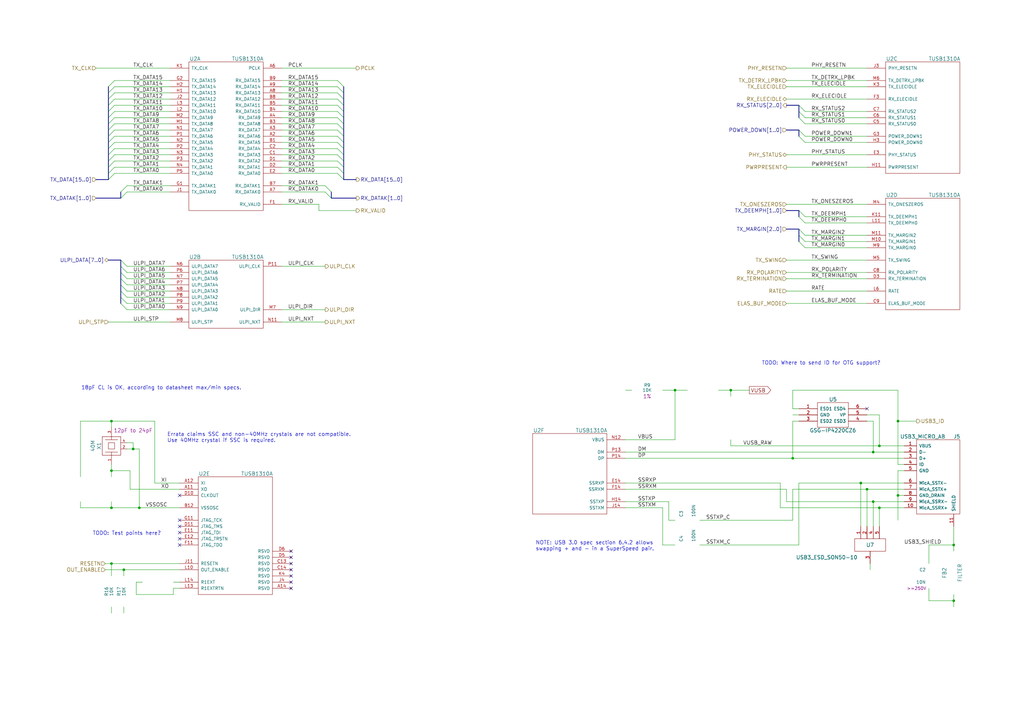
<source format=kicad_sch>
(kicad_sch (version 20230121) (generator eeschema)
  (paper "A3")
  (title_block (title "Daisho Project Main Board") (date "10 Oct 2014") (rev "0") (company "ShareBrained Technology, Inc.") (comment 1 "Copyright © 2013 Jared Boone") (comment 2 "License: GNU General Public License, version 2"))
  (lib_symbols
    (symbol "gsg-ip4220cz6:GSG-IP4220CZ6" (pin_names (offset 1.016))
      (property "Reference" "U" (at 0 6.35 0))
      (property "Value" "GSG-IP4220CZ6" (at 0 -6.35 0))
      (symbol "GSG-IP4220CZ6_0_1"
        (rectangle (start -6.35 5.08) (end 6.35 -5.08))
      )
      (symbol "GSG-IP4220CZ6_1_1"
        (pin input line (at -13.97 2.54 0) (length 7.62) (name "ESD1") (number "1"))
        (pin power_in line (at -13.97 0 0) (length 7.62) (name "GND") (number "2"))
        (pin input line (at -13.97 -2.54 0) (length 7.62) (name "ESD2") (number "3"))
        (pin input line (at 13.97 -2.54 180) (length 7.62) (name "ESD3") (number "4"))
        (pin power_in line (at 13.97 0 180) (length 7.62) (name "VP") (number "5"))
        (pin input line (at 13.97 2.54 180) (length 7.62) (name "ESD4") (number "6"))
      )
    )
    (symbol "quartzcms4_ground:QUARTZCMS4_GROUND" (pin_names (offset 1.016) hide)
      (property "Reference" "X" (at 0 7.62 0))
      (property "Value" "QUARTZCMS4_GROUND" (at 0 5.08 0))
      (symbol "QUARTZCMS4_GROUND_0_1"
        (rectangle (start -3.81 3.81) (end 3.81 -3.81))
        (polyline (pts (xy -3.81 0) (xy -2.54 0)))
        (polyline (pts (xy -2.54 2.54) (xy -2.54 -2.54)))
        (polyline (pts (xy 2.54 0) (xy 3.81 0)))
        (polyline (pts (xy 2.54 2.54) (xy 2.54 -2.54)))
        (polyline (pts (xy -1.27 1.27) (xy 1.27 1.27) (xy 1.27 -1.27) (xy -1.27 -1.27) (xy -1.27 1.27)))
      )
      (symbol "QUARTZCMS4_GROUND_1_1"
        (pin passive line (at -7.62 0 0) (length 3.81) (name "1") (number "1"))
        (pin passive line (at -1.27 -6.35 90) (length 2.54) (name "GND") (number "2"))
        (pin passive line (at 7.62 0 180) (length 3.81) (name "3") (number "3"))
        (pin passive line (at 1.27 -6.35 90) (length 2.54) (name "GND") (number "4"))
      )
    )
    (symbol "tusb1310a:TUSB1310A" (pin_names (offset 1.016))
      (property "Reference" "U" (at -12.7 -1.27 0))
      (property "Value" "TUSB1310A" (at 8.89 -1.27 0))
      (symbol "TUSB1310A_1_1"
        (rectangle (start -15.24 -2.54) (end 15.24 -63.5))
        (pin output line (at 22.86 -33.02 180) (length 7.62) (name "RX_DATA6") (number "A2"))
        (pin output line (at 22.86 -30.48 180) (length 7.62) (name "RX_DATA7") (number "A3"))
        (pin output line (at 22.86 -25.4 180) (length 7.62) (name "RX_DATA9") (number "A4"))
        (pin output line (at 22.86 -5.08 180) (length 7.62) (name "PCLK") (number "A6"))
        (pin output line (at 22.86 -55.88 180) (length 7.62) (name "RX_DATAK0") (number "A7"))
        (pin output line (at 22.86 -15.24 180) (length 7.62) (name "RX_DATA13") (number "A8"))
        (pin output line (at 22.86 -12.7 180) (length 7.62) (name "RX_DATA14") (number "A9"))
        (pin output line (at 22.86 -35.56 180) (length 7.62) (name "RX_DATA5") (number "B1"))
        (pin output line (at 22.86 -27.94 180) (length 7.62) (name "RX_DATA8") (number "B3"))
        (pin output line (at 22.86 -22.86 180) (length 7.62) (name "RX_DATA10") (number "B4"))
        (pin output line (at 22.86 -20.32 180) (length 7.62) (name "RX_DATA11") (number "B5"))
        (pin output line (at 22.86 -53.34 180) (length 7.62) (name "RX_DATAK1") (number "B7"))
        (pin output line (at 22.86 -17.78 180) (length 7.62) (name "RX_DATA12") (number "B8"))
        (pin output line (at 22.86 -10.16 180) (length 7.62) (name "RX_DATA15") (number "B9"))
        (pin output line (at 22.86 -40.64 180) (length 7.62) (name "RX_DATA3") (number "C1"))
        (pin output line (at 22.86 -38.1 180) (length 7.62) (name "RX_DATA4") (number "C2"))
        (pin output line (at 22.86 -43.18 180) (length 7.62) (name "RX_DATA2") (number "D1"))
        (pin output line (at 22.86 -45.72 180) (length 7.62) (name "RX_DATA1") (number "D2"))
        (pin output line (at 22.86 -48.26 180) (length 7.62) (name "RX_DATA0") (number "E2"))
        (pin output line (at 22.86 -60.96 180) (length 7.62) (name "RX_VALID") (number "F1"))
        (pin input line (at -22.86 -53.34 0) (length 7.62) (name "TX_DATAK1") (number "G1"))
        (pin input line (at -22.86 -10.16 0) (length 7.62) (name "TX_DATA15") (number "G2"))
        (pin input line (at -22.86 -15.24 0) (length 7.62) (name "TX_DATA13") (number "H1"))
        (pin input line (at -22.86 -12.7 0) (length 7.62) (name "TX_DATA14") (number "H2"))
        (pin input line (at -22.86 -55.88 0) (length 7.62) (name "TX_DATAK0") (number "J1"))
        (pin input line (at -22.86 -17.78 0) (length 7.62) (name "TX_DATA12") (number "J2"))
        (pin input line (at -22.86 -5.08 0) (length 7.62) (name "TX_CLK") (number "K1"))
        (pin input line (at -22.86 -22.86 0) (length 7.62) (name "TX_DATA10") (number "L2"))
        (pin input line (at -22.86 -20.32 0) (length 7.62) (name "TX_DATA11") (number "L3"))
        (pin input line (at -22.86 -27.94 0) (length 7.62) (name "TX_DATA8") (number "M1"))
        (pin input line (at -22.86 -25.4 0) (length 7.62) (name "TX_DATA9") (number "M2"))
        (pin input line (at -22.86 -30.48 0) (length 7.62) (name "TX_DATA7") (number "N1"))
        (pin input line (at -22.86 -35.56 0) (length 7.62) (name "TX_DATA5") (number "N2"))
        (pin input line (at -22.86 -40.64 0) (length 7.62) (name "TX_DATA3") (number "N3"))
        (pin input line (at -22.86 -45.72 0) (length 7.62) (name "TX_DATA1") (number "N4"))
        (pin input line (at -22.86 -33.02 0) (length 7.62) (name "TX_DATA6") (number "P1"))
        (pin input line (at -22.86 -38.1 0) (length 7.62) (name "TX_DATA4") (number "P2"))
        (pin input line (at -22.86 -43.18 0) (length 7.62) (name "TX_DATA2") (number "P3"))
        (pin input line (at -22.86 -48.26 0) (length 7.62) (name "TX_DATA0") (number "P5"))
      )
      (symbol "TUSB1310A_2_1"
        (rectangle (start -15.24 -2.54) (end 15.24 -30.48))
        (pin output line (at 22.86 -22.86 180) (length 7.62) (name "ULPI_DIR") (number "M7"))
        (pin input line (at -22.86 -27.94 0) (length 7.62) (name "ULPI_STP") (number "M8"))
        (pin output line (at 22.86 -27.94 180) (length 7.62) (name "ULPI_NXT") (number "N11"))
        (pin bidirectional line (at -22.86 -5.08 0) (length 7.62) (name "ULPI_DATA7") (number "N6"))
        (pin bidirectional line (at -22.86 -10.16 0) (length 7.62) (name "ULPI_DATA5") (number "N7"))
        (pin bidirectional line (at -22.86 -15.24 0) (length 7.62) (name "ULPI_DATA3") (number "N8"))
        (pin bidirectional line (at -22.86 -22.86 0) (length 7.62) (name "ULPI_DATA0") (number "N9"))
        (pin output line (at 22.86 -5.08 180) (length 7.62) (name "ULPI_CLK") (number "P11"))
        (pin bidirectional line (at -22.86 -7.62 0) (length 7.62) (name "ULPI_DATA6") (number "P6"))
        (pin bidirectional line (at -22.86 -12.7 0) (length 7.62) (name "ULPI_DATA4") (number "P7"))
        (pin bidirectional line (at -22.86 -17.78 0) (length 7.62) (name "ULPI_DATA2") (number "P8"))
        (pin bidirectional line (at -22.86 -20.32 0) (length 7.62) (name "ULPI_DATA1") (number "P9"))
      )
      (symbol "TUSB1310A_3_1"
        (rectangle (start -15.24 -2.54) (end 15.24 -48.26))
        (pin output line (at -22.86 -27.94 0) (length 7.62) (name "RX_STATUS0") (number "C5"))
        (pin output line (at -22.86 -25.4 0) (length 7.62) (name "RX_STATUS1") (number "C6"))
        (pin output line (at -22.86 -22.86 0) (length 7.62) (name "RX_STATUS2") (number "C7"))
        (pin bidirectional line (at -22.86 -40.64 0) (length 7.62) (name "PHY_STATUS") (number "E3"))
        (pin bidirectional line (at -22.86 -17.78 0) (length 7.62) (name "RX_ELECIDLE") (number "F3"))
        (pin input line (at -22.86 -33.02 0) (length 7.62) (name "POWER_DOWN1") (number "G3"))
        (pin output line (at -22.86 -45.72 0) (length 7.62) (name "PWRPRESENT") (number "H11"))
        (pin input line (at -22.86 -35.56 0) (length 7.62) (name "POWER_DOWN0") (number "H3"))
        (pin input line (at -22.86 -5.08 0) (length 7.62) (name "PHY_RESETN") (number "J3"))
        (pin input line (at -22.86 -12.7 0) (length 7.62) (name "TX_ELECIDLE") (number "K3"))
        (pin input line (at -22.86 -10.16 0) (length 7.62) (name "TX_DETRX_LPBK") (number "M6"))
      )
      (symbol "TUSB1310A_4_1"
        (rectangle (start -15.24 -2.54) (end 15.24 -48.26))
        (pin input line (at -22.86 -33.02 0) (length 7.62) (name "RX_POLARITY") (number "C8"))
        (pin input line (at -22.86 -45.72 0) (length 7.62) (name "ELAS_BUF_MODE") (number "C9"))
        (pin input line (at -22.86 -35.56 0) (length 7.62) (name "RX_TERMINATION") (number "D3"))
        (pin input line (at -22.86 -10.16 0) (length 7.62) (name "TX_DEEMPH1") (number "K11"))
        (pin input line (at -22.86 -12.7 0) (length 7.62) (name "TX_DEEMPH0") (number "L11"))
        (pin input line (at -22.86 -40.64 0) (length 7.62) (name "RATE") (number "L6"))
        (pin input line (at -22.86 -20.32 0) (length 7.62) (name "TX_MARGIN1") (number "M10"))
        (pin input line (at -22.86 -17.78 0) (length 7.62) (name "TX_MARGIN2") (number "M11"))
        (pin input line (at -22.86 -5.08 0) (length 7.62) (name "TX_ONESZEROS") (number "M4"))
        (pin input line (at -22.86 -27.94 0) (length 7.62) (name "TX_SWING") (number "M5"))
        (pin input line (at -22.86 -22.86 0) (length 7.62) (name "TX_MARGIN0") (number "M9"))
      )
      (symbol "TUSB1310A_5_1"
        (rectangle (start -15.24 -2.54) (end 15.24 -50.8))
        (pin output line (at -22.86 -7.62 0) (length 7.62) (name "XO") (number "A11"))
        (pin input line (at -22.86 -5.08 0) (length 7.62) (name "XI") (number "A12"))
        (pin no_connect line (at 22.86 -48.26 180) (length 7.62) (name "RSVD") (number "A14"))
        (pin passive line (at -22.86 -15.24 0) (length 7.62) (name "VSSOSC") (number "B12"))
        (pin no_connect line (at 22.86 -38.1 180) (length 7.62) (name "RSVD") (number "C13"))
        (pin no_connect line (at 22.86 -40.64 180) (length 7.62) (name "RSVD") (number "C14"))
        (pin output line (at -22.86 -10.16 0) (length 7.62) (name "CLKOUT") (number "D10"))
        (pin input line (at -22.86 -22.86 0) (length 7.62) (name "JTAG_TMS") (number "D11"))
        (pin no_connect line (at 22.86 -35.56 180) (length 7.62) (name "RSVD") (number "D5"))
        (pin no_connect line (at 22.86 -33.02 180) (length 7.62) (name "RSVD") (number "D6"))
        (pin input line (at -22.86 -25.4 0) (length 7.62) (name "JTAG_TDI") (number "E11"))
        (pin input line (at -22.86 -27.94 0) (length 7.62) (name "JTAG_TRSTN") (number "E12"))
        (pin output line (at -22.86 -30.48 0) (length 7.62) (name "JTAG_TDO") (number "F11"))
        (pin input line (at -22.86 -20.32 0) (length 7.62) (name "JTAG_TCK") (number "G11"))
        (pin input line (at -22.86 -38.1 0) (length 7.62) (name "RESETN") (number "J11"))
        (pin no_connect line (at 22.86 -45.72 180) (length 7.62) (name "RSVD") (number "J4"))
        (pin no_connect line (at 22.86 -43.18 180) (length 7.62) (name "RSVD") (number "K4"))
        (pin input line (at -22.86 -40.64 0) (length 7.62) (name "OUT_ENABLE") (number "L10"))
        (pin input line (at -22.86 -48.26 0) (length 7.62) (name "R1EXTRTN") (number "L13"))
        (pin output line (at -22.86 -45.72 0) (length 7.62) (name "R1EXT") (number "L14"))
      )
      (symbol "TUSB1310A_6_1"
        (rectangle (start -15.24 -2.54) (end 15.24 -35.56))
        (pin input line (at 22.86 -22.86 180) (length 7.62) (name "SSRXP") (number "E14"))
        (pin input line (at 22.86 -25.4 180) (length 7.62) (name "SSRXM") (number "F14"))
        (pin output line (at 22.86 -30.48 180) (length 7.62) (name "SSTXP") (number "H14"))
        (pin output line (at 22.86 -33.02 180) (length 7.62) (name "SSTXM") (number "J14"))
        (pin input line (at 22.86 -5.08 180) (length 7.62) (name "VBUS") (number "N12"))
        (pin bidirectional line (at 22.86 -10.16 180) (length 7.62) (name "DM") (number "P13"))
        (pin bidirectional line (at 22.86 -12.7 180) (length 7.62) (name "DP") (number "P14"))
      )
      (symbol "TUSB1310A_7_1"
        (rectangle (start -15.24 -2.54) (end 15.24 -86.36))
        (pin power_in line (at -22.86 -68.58 0) (length 7.62) (name "VDD1P1") (number "A10"))
        (pin power_in line (at -22.86 -48.26 0) (length 7.62) (name "VDD1P1") (number "A5"))
        (pin power_in line (at -22.86 -71.12 0) (length 7.62) (name "VDD1P1") (number "B10"))
        (pin power_in line (at 22.86 -60.96 180) (length 7.62) (name "VSS") (number "B11"))
        (pin power_in line (at -22.86 -5.08 0) (length 7.62) (name "VDD1P8") (number "B2"))
        (pin power_in line (at -22.86 -50.8 0) (length 7.62) (name "VDD1P1") (number "B6"))
        (pin power_in line (at -22.86 -25.4 0) (length 7.62) (name "VDD1P8") (number "C3"))
        (pin power_in line (at -22.86 -66.04 0) (length 7.62) (name "VDD1P1") (number "C4"))
        (pin power_in line (at -22.86 -83.82 0) (length 7.62) (name "VDD1P1") (number "D13"))
        (pin power_in line (at -22.86 -7.62 0) (length 7.62) (name "VDD1P8") (number "D4"))
        (pin power_in line (at -22.86 -27.94 0) (length 7.62) (name "VDD1P8") (number "D7"))
        (pin power_in line (at -22.86 -10.16 0) (length 7.62) (name "VDD1P8") (number "D8"))
        (pin power_in line (at -22.86 -30.48 0) (length 7.62) (name "VDD1P8") (number "D9"))
        (pin power_in line (at -22.86 -53.34 0) (length 7.62) (name "VDD1P1") (number "E1"))
        (pin power_in line (at -22.86 -12.7 0) (length 7.62) (name "VDD1P8") (number "E4"))
        (pin power_in line (at 22.86 -83.82 180) (length 7.62) (name "VSS") (number "F12"))
        (pin power_in line (at -22.86 -73.66 0) (length 7.62) (name "VDD1P1") (number "F2"))
        (pin power_in line (at -22.86 -33.02 0) (length 7.62) (name "VDD1P8") (number "F4"))
        (pin power_in line (at 22.86 -40.64 180) (length 7.62) (name "VSS") (number "F6"))
        (pin power_in line (at 22.86 -63.5 180) (length 7.62) (name "VSS") (number "F7"))
        (pin power_in line (at 22.86 -43.18 180) (length 7.62) (name "VSS") (number "F8"))
        (pin power_in line (at 22.86 -66.04 180) (length 7.62) (name "VSS") (number "F9"))
        (pin power_in line (at -22.86 -15.24 0) (length 7.62) (name "VDD1P8") (number "G4"))
        (pin power_in line (at 22.86 -45.72 180) (length 7.62) (name "VSS") (number "G6"))
        (pin power_in line (at 22.86 -68.58 180) (length 7.62) (name "VSS") (number "G7"))
        (pin power_in line (at 22.86 -48.26 180) (length 7.62) (name "VSS") (number "G8"))
        (pin power_in line (at 22.86 -71.12 180) (length 7.62) (name "VSS") (number "G9"))
        (pin input line (at 22.86 -7.62 180) (length 7.62) (name "PHY_MODE1") (number "H12"))
        (pin power_in line (at -22.86 -35.56 0) (length 7.62) (name "VDD1P8") (number "H4"))
        (pin power_in line (at 22.86 -53.34 180) (length 7.62) (name "VSS") (number "H6"))
        (pin power_in line (at 22.86 -76.2 180) (length 7.62) (name "VSS") (number "H7"))
        (pin power_in line (at 22.86 -55.88 180) (length 7.62) (name "VSS") (number "H8"))
        (pin power_in line (at 22.86 -78.74 180) (length 7.62) (name "VSS") (number "H9"))
        (pin input line (at 22.86 -5.08 180) (length 7.62) (name "PHY_MODE0") (number "J12"))
        (pin power_in line (at 22.86 -50.8 180) (length 7.62) (name "VSS") (number "J6"))
        (pin power_in line (at 22.86 -73.66 180) (length 7.62) (name "VSS") (number "J7"))
        (pin power_in line (at 22.86 -58.42 180) (length 7.62) (name "VSS") (number "J8"))
        (pin power_in line (at 22.86 -81.28 180) (length 7.62) (name "VSS") (number "J9"))
        (pin power_in line (at -22.86 -63.5 0) (length 7.62) (name "VDD1P1") (number "K13"))
        (pin power_in line (at -22.86 -55.88 0) (length 7.62) (name "VDD1P1") (number "K2"))
        (pin power_in line (at -22.86 -76.2 0) (length 7.62) (name "VDD1P1") (number "L1"))
        (pin power_in line (at -22.86 -38.1 0) (length 7.62) (name "VDD1P8") (number "L4"))
        (pin power_in line (at -22.86 -17.78 0) (length 7.62) (name "VDD1P8") (number "L5"))
        (pin power_in line (at -22.86 -40.64 0) (length 7.62) (name "VDD1P8") (number "L7"))
        (pin power_in line (at -22.86 -22.86 0) (length 7.62) (name "VDD1P8") (number "L8"))
        (pin power_in line (at -22.86 -43.18 0) (length 7.62) (name "VDD1P8") (number "L9"))
        (pin power_in line (at -22.86 -20.32 0) (length 7.62) (name "VDD1P8") (number "M3"))
        (pin power_in line (at -22.86 -60.96 0) (length 7.62) (name "VDD1P1") (number "N10"))
        (pin power_in line (at -22.86 -58.42 0) (length 7.62) (name "VDD1P1") (number "N5"))
        (pin power_in line (at -22.86 -81.28 0) (length 7.62) (name "VDD1P1") (number "P10"))
        (pin power_in line (at -22.86 -78.74 0) (length 7.62) (name "VDD1P1") (number "P4"))
      )
      (symbol "TUSB1310A_8_1"
        (rectangle (start -15.24 -2.54) (end 15.24 -43.18))
        (pin power_in line (at -22.86 -12.7 0) (length 7.62) (name "VDDA1P8") (number "A13"))
        (pin power_in line (at 22.86 -27.94 180) (length 7.62) (name "VSSA") (number "B13"))
        (pin power_in line (at 22.86 -5.08 180) (length 7.62) (name "VSSA") (number "B14"))
        (pin power_in line (at -22.86 -15.24 0) (length 7.62) (name "VDDA1P8") (number "C10"))
        (pin power_in line (at -22.86 -33.02 0) (length 7.62) (name "VDDA1P1") (number "C11"))
        (pin power_in line (at -22.86 -20.32 0) (length 7.62) (name "VDDA1P1") (number "C12"))
        (pin power_in line (at 22.86 -17.78 180) (length 7.62) (name "VSSA") (number "D12"))
        (pin power_in line (at -22.86 -30.48 0) (length 7.62) (name "VDDA1P1") (number "D14"))
        (pin power_in line (at 22.86 -33.02 180) (length 7.62) (name "VSSA") (number "E13"))
        (pin power_in line (at 22.86 -10.16 180) (length 7.62) (name "VSSA") (number "F13"))
        (pin power_in line (at 22.86 -15.24 180) (length 7.62) (name "VSSA") (number "G12"))
        (pin power_in line (at -22.86 -25.4 0) (length 7.62) (name "VDDA1P1") (number "G13"))
        (pin power_in line (at -22.86 -27.94 0) (length 7.62) (name "VDDA1P1") (number "G14"))
        (pin power_in line (at 22.86 -30.48 180) (length 7.62) (name "VSSA") (number "H13"))
        (pin power_in line (at 22.86 -7.62 180) (length 7.62) (name "VSSA") (number "J13"))
        (pin power_in line (at 22.86 -12.7 180) (length 7.62) (name "VSSA") (number "K12"))
        (pin power_in line (at -22.86 -22.86 0) (length 7.62) (name "VDDA1P1") (number "K14"))
        (pin power_in line (at 22.86 -35.56 180) (length 7.62) (name "VSSA") (number "L12"))
        (pin power_in line (at 22.86 -22.86 180) (length 7.62) (name "VSSA") (number "M12"))
        (pin power_in line (at 22.86 -25.4 180) (length 7.62) (name "VSSA") (number "M13"))
        (pin power_in line (at -22.86 -38.1 0) (length 7.62) (name "VDDA1P1") (number "M14"))
        (pin power_in line (at 22.86 -20.32 180) (length 7.62) (name "VSSA") (number "N13"))
        (pin power_in line (at -22.86 -10.16 0) (length 7.62) (name "VDDA1P8") (number "N14"))
        (pin power_in line (at -22.86 -5.08 0) (length 7.62) (name "VDDA3P3") (number "P12"))
      )
    )
    (symbol "usb3_esd_son50-10:USB3_ESD_SON50-10" (pin_names (offset 1.016) hide)
      (property "Reference" "U" (at 0 0 0))
      (property "Value" "USB3_ESD_SON50-10" (at 13.97 -5.08 0))
      (symbol "USB3_ESD_SON50-10_0_1"
        (rectangle (start -6.35 2.54) (end 6.35 -2.54))
      )
      (symbol "USB3_ESD_SON50-10_1_1"
        (pin passive line (at -3.81 7.62 270) (length 5.08) (name "D1") (number "1"))
        (pin passive line (at -1.27 7.62 270) (length 5.08) (name "D2") (number "2"))
        (pin passive line (at 0 -7.62 90) (length 5.08) (name "GND") (number "3"))
        (pin passive line (at 1.27 7.62 270) (length 5.08) (name "D3") (number "4"))
        (pin passive line (at 3.81 7.62 270) (length 5.08) (name "D4") (number "5"))
      )
    )
    (symbol "usb3_micro_ab:USB3_MICRO_AB" (pin_names (offset 1.016))
      (property "Reference" "J" (at -16.51 16.51 0))
      (property "Value" "USB3_MICRO_AB" (at -2.54 16.51 0))
      (symbol "USB3_MICRO_AB_0_1"
        (rectangle (start 0 15.24) (end -17.78 -15.24))
      )
      (symbol "USB3_MICRO_AB_1_1"
        (pin power_out line (at 5.08 12.7 180) (length 5.08) (name "VBUS") (number "1"))
        (pin bidirectional line (at 5.08 -12.7 180) (length 5.08) (name "MicA_SSRX+") (number "10"))
        (pin passive line (at -15.24 -20.32 90) (length 5.08) (name "SHIELD") (number "11"))
        (pin bidirectional line (at 5.08 10.16 180) (length 5.08) (name "D-") (number "2"))
        (pin bidirectional line (at 5.08 7.62 180) (length 5.08) (name "D+") (number "3"))
        (pin bidirectional line (at 5.08 5.08 180) (length 5.08) (name "ID") (number "4"))
        (pin power_in line (at 5.08 2.54 180) (length 5.08) (name "GND") (number "5"))
        (pin bidirectional line (at 5.08 -2.54 180) (length 5.08) (name "MicA_SSTX-") (number "6"))
        (pin bidirectional line (at 5.08 -5.08 180) (length 5.08) (name "MicA_SSTX+") (number "7"))
        (pin passive line (at 5.08 -7.62 180) (length 5.08) (name "GND_DRAIN") (number "8"))
        (pin bidirectional line (at 5.08 -10.16 180) (length 5.08) (name "MicA_SSRX-") (number "9"))
      )
    )
  )
  (junction (at 358.14 185.42))
  (junction (at 360.68 182.88))
  (junction (at 391.16 223.52))
  (junction (at 368.3 203.2))
  (junction (at 54.61 184.15))
  (junction (at 368.3 172.72))
  (junction (at 358.14 205.74))
  (junction (at 391.16 246.38))
  (junction (at 45.72 193.04))
  (junction (at 325.12 187.96))
  (junction (at 360.68 208.28))
  (junction (at 50.8 233.68))
  (junction (at 45.72 208.28))
  (junction (at 276.86 160.02))
  (junction (at 353.06 198.12))
  (junction (at 45.72 231.14))
  (junction (at 299.72 160.02))
  (junction (at 57.15 208.28))
  (junction (at 355.6 200.66))
  (junction (at 45.72 172.72))
  (no_connect (at 73.66 223.52))
  (no_connect (at 119.38 233.68))
  (no_connect (at 119.38 238.76))
  (no_connect (at 73.66 218.44))
  (no_connect (at 73.66 213.36))
  (no_connect (at 355.6 167.64))
  (no_connect (at 119.38 236.22))
  (no_connect (at 73.66 215.9))
  (no_connect (at 73.66 203.2))
  (no_connect (at 73.66 220.98))
  (no_connect (at 119.38 226.06))
  (no_connect (at 119.38 228.6))
  (no_connect (at 119.38 241.3))
  (no_connect (at 119.38 231.14))
  (bus_entry (at 138.43 45.72) (size 2.54 2.54))
  (bus_entry (at 327.66 55.88) (size 2.54 2.54))
  (bus_entry (at 44.45 60.96) (size 2.54 -2.54))
  (bus_entry (at 44.45 63.5) (size 2.54 -2.54))
  (bus_entry (at 44.45 66.04) (size 2.54 -2.54))
  (bus_entry (at 133.35 76.2) (size 2.54 2.54))
  (bus_entry (at 138.43 68.58) (size 2.54 2.54))
  (bus_entry (at 138.43 35.56) (size 2.54 2.54))
  (bus_entry (at 327.66 99.06) (size 2.54 2.54))
  (bus_entry (at 327.66 96.52) (size 2.54 2.54))
  (bus_entry (at 44.45 55.88) (size 2.54 -2.54))
  (bus_entry (at 138.43 55.88) (size 2.54 2.54))
  (bus_entry (at 49.53 116.84) (size 2.54 2.54))
  (bus_entry (at 138.43 48.26) (size 2.54 2.54))
  (bus_entry (at 44.45 45.72) (size 2.54 -2.54))
  (bus_entry (at 49.53 106.68) (size 2.54 2.54))
  (bus_entry (at 44.45 53.34) (size 2.54 -2.54))
  (bus_entry (at 327.66 93.98) (size 2.54 2.54))
  (bus_entry (at 49.53 114.3) (size 2.54 2.54))
  (bus_entry (at 327.66 88.9) (size 2.54 2.54))
  (bus_entry (at 138.43 40.64) (size 2.54 2.54))
  (bus_entry (at 44.45 50.8) (size 2.54 -2.54))
  (bus_entry (at 49.53 119.38) (size 2.54 2.54))
  (bus_entry (at 49.53 111.76) (size 2.54 2.54))
  (bus_entry (at 133.35 78.74) (size 2.54 2.54))
  (bus_entry (at 49.53 109.22) (size 2.54 2.54))
  (bus_entry (at 327.66 53.34) (size 2.54 2.54))
  (bus_entry (at 138.43 58.42) (size 2.54 2.54))
  (bus_entry (at 138.43 33.02) (size 2.54 2.54))
  (bus_entry (at 138.43 66.04) (size 2.54 2.54))
  (bus_entry (at 327.66 48.26) (size 2.54 2.54))
  (bus_entry (at 138.43 53.34) (size 2.54 2.54))
  (bus_entry (at 44.45 71.12) (size 2.54 -2.54))
  (bus_entry (at 138.43 43.18) (size 2.54 2.54))
  (bus_entry (at 49.53 78.74) (size 2.54 -2.54))
  (bus_entry (at 327.66 45.72) (size 2.54 2.54))
  (bus_entry (at 44.45 48.26) (size 2.54 -2.54))
  (bus_entry (at 44.45 68.58) (size 2.54 -2.54))
  (bus_entry (at 49.53 121.92) (size 2.54 2.54))
  (bus_entry (at 44.45 40.64) (size 2.54 -2.54))
  (bus_entry (at 138.43 63.5) (size 2.54 2.54))
  (bus_entry (at 138.43 50.8) (size 2.54 2.54))
  (bus_entry (at 44.45 35.56) (size 2.54 -2.54))
  (bus_entry (at 44.45 38.1) (size 2.54 -2.54))
  (bus_entry (at 49.53 124.46) (size 2.54 2.54))
  (bus_entry (at 44.45 73.66) (size 2.54 -2.54))
  (bus_entry (at 44.45 43.18) (size 2.54 -2.54))
  (bus_entry (at 138.43 38.1) (size 2.54 2.54))
  (bus_entry (at 138.43 71.12) (size 2.54 2.54))
  (bus_entry (at 327.66 86.36) (size 2.54 2.54))
  (bus_entry (at 44.45 58.42) (size 2.54 -2.54))
  (bus_entry (at 138.43 60.96) (size 2.54 2.54))
  (bus_entry (at 327.66 43.18) (size 2.54 2.54))
  (bus_entry (at 49.53 81.28) (size 2.54 -2.54))
  (wire (pts (xy 355.6 101.6) (xy 330.2 101.6)))
  (bus (pts (xy 44.45 71.12) (xy 44.45 73.66)))
  (wire (pts (xy 325.12 160.02) (xy 368.3 160.02)))
  (wire (pts (xy 368.3 172.72) (xy 368.3 190.5)))
  (wire (pts (xy 355.6 96.52) (xy 330.2 96.52)))
  (wire (pts (xy 115.57 35.56) (xy 138.43 35.56)))
  (bus (pts (xy 49.53 116.84) (xy 49.53 119.38)))
  (wire (pts (xy 327.66 198.12) (xy 353.06 198.12)))
  (wire (pts (xy 322.58 63.5) (xy 355.6 63.5)))
  (wire (pts (xy 115.57 60.96) (xy 138.43 60.96)))
  (wire (pts (xy 69.85 40.64) (xy 46.99 40.64)))
  (wire (pts (xy 69.85 111.76) (xy 52.07 111.76)))
  (wire (pts (xy 45.72 208.28) (xy 33.02 208.28)))
  (bus (pts (xy 140.97 53.34) (xy 140.97 55.88)))
  (wire (pts (xy 281.94 160.02) (xy 276.86 160.02)))
  (wire (pts (xy 69.85 124.46) (xy 52.07 124.46)))
  (wire (pts (xy 370.84 187.96) (xy 325.12 187.96)))
  (wire (pts (xy 358.14 172.72) (xy 355.6 172.72)))
  (wire (pts (xy 391.16 215.9) (xy 391.16 223.52)))
  (wire (pts (xy 358.14 205.74) (xy 322.58 205.74)))
  (wire (pts (xy 274.32 205.74) (xy 256.54 205.74)))
  (wire (pts (xy 43.18 233.68) (xy 50.8 233.68)))
  (bus (pts (xy 140.97 68.58) (xy 140.97 71.12)))
  (bus (pts (xy 49.53 81.28) (xy 49.53 78.74)))
  (wire (pts (xy 353.06 215.9) (xy 353.06 198.12)))
  (wire (pts (xy 355.6 50.8) (xy 330.2 50.8)))
  (wire (pts (xy 322.58 200.66) (xy 256.54 200.66)))
  (wire (pts (xy 322.58 119.38) (xy 355.6 119.38)))
  (wire (pts (xy 368.3 193.04) (xy 370.84 193.04)))
  (wire (pts (xy 69.85 58.42) (xy 46.99 58.42)))
  (wire (pts (xy 391.16 243.84) (xy 391.16 246.38)))
  (wire (pts (xy 50.8 236.22) (xy 50.8 233.68)))
  (wire (pts (xy 63.5 172.72) (xy 63.5 198.12)))
  (wire (pts (xy 53.34 200.66) (xy 53.34 193.04)))
  (bus (pts (xy 44.45 68.58) (xy 44.45 71.12)))
  (bus (pts (xy 49.53 121.92) (xy 49.53 124.46)))
  (wire (pts (xy 115.57 63.5) (xy 138.43 63.5)))
  (wire (pts (xy 115.57 58.42) (xy 138.43 58.42)))
  (wire (pts (xy 69.85 63.5) (xy 46.99 63.5)))
  (bus (pts (xy 140.97 38.1) (xy 140.97 40.64)))
  (wire (pts (xy 33.02 172.72) (xy 45.72 172.72)))
  (wire (pts (xy 69.85 119.38) (xy 52.07 119.38)))
  (bus (pts (xy 44.45 63.5) (xy 44.45 66.04)))
  (wire (pts (xy 370.84 200.66) (xy 355.6 200.66)))
  (wire (pts (xy 73.66 238.76) (xy 71.12 238.76)))
  (bus (pts (xy 49.53 114.3) (xy 49.53 116.84)))
  (wire (pts (xy 45.72 193.04) (xy 45.72 190.5)))
  (wire (pts (xy 69.85 71.12) (xy 46.99 71.12)))
  (wire (pts (xy 271.78 208.28) (xy 271.78 223.52)))
  (wire (pts (xy 325.12 167.64) (xy 325.12 160.02)))
  (wire (pts (xy 327.66 172.72) (xy 325.12 172.72)))
  (bus (pts (xy 44.45 55.88) (xy 44.45 58.42)))
  (wire (pts (xy 115.57 78.74) (xy 133.35 78.74)))
  (wire (pts (xy 327.66 223.52) (xy 327.66 198.12)))
  (wire (pts (xy 325.12 187.96) (xy 256.54 187.96)))
  (wire (pts (xy 375.92 172.72) (xy 368.3 172.72)))
  (wire (pts (xy 69.85 132.08) (xy 44.45 132.08)))
  (wire (pts (xy 370.84 205.74) (xy 358.14 205.74)))
  (wire (pts (xy 368.3 160.02) (xy 368.3 172.72)))
  (wire (pts (xy 50.8 248.92) (xy 50.8 251.46)))
  (bus (pts (xy 140.97 71.12) (xy 140.97 73.66)))
  (wire (pts (xy 115.57 45.72) (xy 138.43 45.72)))
  (wire (pts (xy 45.72 208.28) (xy 45.72 205.74)))
  (wire (pts (xy 327.66 223.52) (xy 287.02 223.52)))
  (wire (pts (xy 274.32 213.36) (xy 274.32 205.74)))
  (wire (pts (xy 322.58 205.74) (xy 322.58 200.66)))
  (wire (pts (xy 115.57 38.1) (xy 138.43 38.1)))
  (wire (pts (xy 115.57 48.26) (xy 138.43 48.26)))
  (wire (pts (xy 115.57 132.08) (xy 133.35 132.08)))
  (wire (pts (xy 69.85 121.92) (xy 52.07 121.92)))
  (bus (pts (xy 44.45 38.1) (xy 44.45 40.64)))
  (wire (pts (xy 115.57 109.22) (xy 133.35 109.22)))
  (bus (pts (xy 44.45 50.8) (xy 44.45 53.34)))
  (wire (pts (xy 360.68 182.88) (xy 360.68 170.18)))
  (wire (pts (xy 391.16 223.52) (xy 391.16 226.06)))
  (wire (pts (xy 355.6 58.42) (xy 330.2 58.42)))
  (wire (pts (xy 299.72 160.02) (xy 307.34 160.02)))
  (bus (pts (xy 44.45 43.18) (xy 44.45 45.72)))
  (wire (pts (xy 115.57 33.02) (xy 138.43 33.02)))
  (wire (pts (xy 320.04 208.28) (xy 320.04 198.12)))
  (wire (pts (xy 45.72 236.22) (xy 45.72 231.14)))
  (wire (pts (xy 381 223.52) (xy 381 231.14)))
  (wire (pts (xy 45.72 251.46) (xy 45.72 248.92)))
  (wire (pts (xy 370.84 190.5) (xy 368.3 190.5)))
  (wire (pts (xy 69.85 66.04) (xy 46.99 66.04)))
  (wire (pts (xy 276.86 160.02) (xy 271.78 160.02)))
  (wire (pts (xy 146.05 86.36) (xy 130.81 86.36)))
  (wire (pts (xy 115.57 55.88) (xy 138.43 55.88)))
  (wire (pts (xy 69.85 53.34) (xy 46.99 53.34)))
  (wire (pts (xy 294.64 160.02) (xy 299.72 160.02)))
  (wire (pts (xy 69.85 68.58) (xy 46.99 68.58)))
  (wire (pts (xy 55.88 243.84) (xy 71.12 243.84)))
  (bus (pts (xy 44.45 58.42) (xy 44.45 60.96)))
  (wire (pts (xy 322.58 33.02) (xy 355.6 33.02)))
  (bus (pts (xy 39.37 81.28) (xy 49.53 81.28)))
  (wire (pts (xy 368.3 213.36) (xy 368.3 203.2)))
  (bus (pts (xy 327.66 93.98) (xy 327.66 96.52)))
  (wire (pts (xy 115.57 66.04) (xy 138.43 66.04)))
  (wire (pts (xy 322.58 83.82) (xy 355.6 83.82)))
  (wire (pts (xy 115.57 40.64) (xy 138.43 40.64)))
  (wire (pts (xy 322.58 35.56) (xy 355.6 35.56)))
  (bus (pts (xy 327.66 43.18) (xy 322.58 43.18)))
  (wire (pts (xy 360.68 215.9) (xy 360.68 208.28)))
  (bus (pts (xy 140.97 50.8) (xy 140.97 53.34)))
  (wire (pts (xy 353.06 198.12) (xy 370.84 198.12)))
  (wire (pts (xy 391.16 223.52) (xy 381 223.52)))
  (wire (pts (xy 355.6 45.72) (xy 330.2 45.72)))
  (wire (pts (xy 322.58 124.46) (xy 355.6 124.46)))
  (bus (pts (xy 44.45 48.26) (xy 44.45 50.8)))
  (bus (pts (xy 140.97 35.56) (xy 140.97 38.1)))
  (wire (pts (xy 69.85 114.3) (xy 52.07 114.3)))
  (wire (pts (xy 55.88 238.76) (xy 55.88 243.84)))
  (bus (pts (xy 49.53 106.68) (xy 49.53 109.22)))
  (wire (pts (xy 115.57 76.2) (xy 133.35 76.2)))
  (wire (pts (xy 115.57 127) (xy 133.35 127)))
  (wire (pts (xy 287.02 213.36) (xy 325.12 213.36)))
  (wire (pts (xy 355.6 55.88) (xy 330.2 55.88)))
  (wire (pts (xy 325.12 213.36) (xy 325.12 200.66)))
  (wire (pts (xy 130.81 83.82) (xy 115.57 83.82)))
  (wire (pts (xy 360.68 208.28) (xy 320.04 208.28)))
  (wire (pts (xy 256.54 185.42) (xy 358.14 185.42)))
  (bus (pts (xy 322.58 93.98) (xy 327.66 93.98)))
  (wire (pts (xy 69.85 38.1) (xy 46.99 38.1)))
  (wire (pts (xy 256.54 208.28) (xy 271.78 208.28)))
  (bus (pts (xy 140.97 48.26) (xy 140.97 50.8)))
  (wire (pts (xy 69.85 33.02) (xy 46.99 33.02)))
  (wire (pts (xy 73.66 231.14) (xy 45.72 231.14)))
  (wire (pts (xy 57.15 184.15) (xy 54.61 184.15)))
  (wire (pts (xy 69.85 76.2) (xy 52.07 76.2)))
  (wire (pts (xy 71.12 243.84) (xy 71.12 241.3)))
  (wire (pts (xy 69.85 60.96) (xy 46.99 60.96)))
  (bus (pts (xy 140.97 73.66) (xy 146.05 73.66)))
  (bus (pts (xy 44.45 40.64) (xy 44.45 43.18)))
  (bus (pts (xy 322.58 53.34) (xy 327.66 53.34)))
  (wire (pts (xy 391.16 246.38) (xy 381 246.38)))
  (bus (pts (xy 140.97 60.96) (xy 140.97 63.5)))
  (wire (pts (xy 322.58 114.3) (xy 355.6 114.3)))
  (wire (pts (xy 115.57 27.94) (xy 146.05 27.94)))
  (wire (pts (xy 355.6 200.66) (xy 355.6 215.9)))
  (wire (pts (xy 381 246.38) (xy 381 241.3)))
  (bus (pts (xy 44.45 53.34) (xy 44.45 55.88)))
  (wire (pts (xy 69.85 55.88) (xy 46.99 55.88)))
  (wire (pts (xy 299.72 162.56) (xy 299.72 160.02)))
  (bus (pts (xy 44.45 35.56) (xy 44.45 38.1)))
  (wire (pts (xy 322.58 106.68) (xy 355.6 106.68)))
  (bus (pts (xy 140.97 63.5) (xy 140.97 66.04)))
  (wire (pts (xy 57.15 208.28) (xy 45.72 208.28)))
  (bus (pts (xy 44.45 73.66) (xy 39.37 73.66)))
  (wire (pts (xy 69.85 109.22) (xy 52.07 109.22)))
  (wire (pts (xy 358.14 215.9) (xy 358.14 205.74)))
  (wire (pts (xy 69.85 27.94) (xy 39.37 27.94)))
  (bus (pts (xy 327.66 96.52) (xy 327.66 99.06)))
  (wire (pts (xy 73.66 200.66) (xy 53.34 200.66)))
  (wire (pts (xy 45.72 231.14) (xy 43.18 231.14)))
  (bus (pts (xy 327.66 48.26) (xy 327.66 45.72)))
  (wire (pts (xy 57.15 208.28) (xy 57.15 184.15)))
  (wire (pts (xy 63.5 198.12) (xy 73.66 198.12)))
  (bus (pts (xy 140.97 55.88) (xy 140.97 58.42)))
  (wire (pts (xy 115.57 68.58) (xy 138.43 68.58)))
  (wire (pts (xy 370.84 203.2) (xy 368.3 203.2)))
  (wire (pts (xy 391.16 246.38) (xy 391.16 248.92)))
  (wire (pts (xy 256.54 180.34) (xy 276.86 180.34)))
  (bus (pts (xy 140.97 43.18) (xy 140.97 45.72)))
  (bus (pts (xy 135.89 81.28) (xy 135.89 78.74)))
  (wire (pts (xy 368.3 203.2) (xy 368.3 193.04)))
  (wire (pts (xy 115.57 53.34) (xy 138.43 53.34)))
  (wire (pts (xy 69.85 116.84) (xy 52.07 116.84)))
  (wire (pts (xy 73.66 208.28) (xy 57.15 208.28)))
  (wire (pts (xy 276.86 180.34) (xy 276.86 160.02)))
  (wire (pts (xy 130.81 86.36) (xy 130.81 83.82)))
  (wire (pts (xy 259.08 160.02) (xy 256.54 160.02)))
  (bus (pts (xy 140.97 58.42) (xy 140.97 60.96)))
  (wire (pts (xy 52.07 181.61) (xy 54.61 181.61)))
  (bus (pts (xy 140.97 45.72) (xy 140.97 48.26)))
  (wire (pts (xy 33.02 195.58) (xy 33.02 172.72)))
  (wire (pts (xy 355.6 99.06) (xy 330.2 99.06)))
  (wire (pts (xy 115.57 71.12) (xy 138.43 71.12)))
  (wire (pts (xy 71.12 241.3) (xy 73.66 241.3)))
  (wire (pts (xy 69.85 127) (xy 52.07 127)))
  (wire (pts (xy 69.85 35.56) (xy 46.99 35.56)))
  (wire (pts (xy 320.04 198.12) (xy 256.54 198.12)))
  (wire (pts (xy 355.6 91.44) (xy 330.2 91.44)))
  (wire (pts (xy 69.85 43.18) (xy 46.99 43.18)))
  (wire (pts (xy 45.72 172.72) (xy 63.5 172.72)))
  (bus (pts (xy 327.66 53.34) (xy 327.66 55.88)))
  (bus (pts (xy 49.53 109.22) (xy 49.53 111.76)))
  (wire (pts (xy 69.85 45.72) (xy 46.99 45.72)))
  (bus (pts (xy 49.53 119.38) (xy 49.53 121.92)))
  (bus (pts (xy 44.45 66.04) (xy 44.45 68.58)))
  (wire (pts (xy 356.87 231.14) (xy 356.87 233.68)))
  (wire (pts (xy 58.42 238.76) (xy 55.88 238.76)))
  (bus (pts (xy 44.45 45.72) (xy 44.45 48.26)))
  (wire (pts (xy 54.61 184.15) (xy 52.07 184.15)))
  (bus (pts (xy 49.53 111.76) (xy 49.53 114.3)))
  (bus (pts (xy 327.66 86.36) (xy 322.58 86.36)))
  (wire (pts (xy 327.66 167.64) (xy 325.12 167.64)))
  (wire (pts (xy 358.14 185.42) (xy 370.84 185.42)))
  (wire (pts (xy 276.86 213.36) (xy 274.32 213.36)))
  (wire (pts (xy 322.58 111.76) (xy 355.6 111.76)))
  (wire (pts (xy 325.12 172.72) (xy 325.12 187.96)))
  (wire (pts (xy 69.85 50.8) (xy 46.99 50.8)))
  (wire (pts (xy 33.02 208.28) (xy 33.02 205.74)))
  (wire (pts (xy 50.8 233.68) (xy 73.66 233.68)))
  (wire (pts (xy 370.84 182.88) (xy 360.68 182.88)))
  (wire (pts (xy 325.12 170.18) (xy 327.66 170.18)))
  (wire (pts (xy 360.68 170.18) (xy 355.6 170.18)))
  (wire (pts (xy 53.34 193.04) (xy 45.72 193.04)))
  (bus (pts (xy 44.45 60.96) (xy 44.45 63.5)))
  (wire (pts (xy 355.6 48.26) (xy 330.2 48.26)))
  (wire (pts (xy 355.6 200.66) (xy 325.12 200.66)))
  (wire (pts (xy 115.57 50.8) (xy 138.43 50.8)))
  (wire (pts (xy 360.68 182.88) (xy 299.72 182.88)))
  (wire (pts (xy 299.72 182.88) (xy 299.72 180.34)))
  (wire (pts (xy 69.85 78.74) (xy 52.07 78.74)))
  (bus (pts (xy 44.45 106.68) (xy 49.53 106.68)))
  (wire (pts (xy 322.58 40.64) (xy 355.6 40.64)))
  (wire (pts (xy 322.58 27.94) (xy 355.6 27.94)))
  (bus (pts (xy 140.97 66.04) (xy 140.97 68.58)))
  (bus (pts (xy 327.66 45.72) (xy 327.66 43.18)))
  (wire (pts (xy 322.58 68.58) (xy 355.6 68.58)))
  (wire (pts (xy 45.72 195.58) (xy 45.72 193.04)))
  (bus (pts (xy 146.05 81.28) (xy 135.89 81.28)))
  (wire (pts (xy 358.14 185.42) (xy 358.14 172.72)))
  (wire (pts (xy 370.84 208.28) (xy 360.68 208.28)))
  (bus (pts (xy 140.97 40.64) (xy 140.97 43.18)))
  (wire (pts (xy 271.78 223.52) (xy 276.86 223.52)))
  (wire (pts (xy 115.57 43.18) (xy 138.43 43.18)))
  (wire (pts (xy 69.85 48.26) (xy 46.99 48.26)))
  (wire (pts (xy 355.6 88.9) (xy 330.2 88.9)))
  (bus (pts (xy 327.66 88.9) (xy 327.66 86.36)))
  (wire (pts (xy 54.61 181.61) (xy 54.61 184.15)))
  (wire (pts (xy 45.72 175.26) (xy 45.72 172.72)))
  (text "TODO: Where to send ID for OTG support?" (at 312.42 149.86 0) (effects (font (size 1.524 1.524)) (justify left bottom)))
  (text "TODO: Test points here?" (at 66.04 219.71 0) (effects (font (size 1.524 1.524)) (justify right bottom)))
  (text "NOTE: USB 3.0 spec section 6.4.2 allows\nswapping + and - in a SuperSpeed pair." (at 219.71 226.06 0) (effects (font (size 1.524 1.524)) (justify left bottom)))
  (text "Errata claims SSC and non-40MHz crystals are not compatible.\nUse 40MHz crystal if SSC is required." (at 68.58 181.61 0) (effects (font (size 1.524 1.524)) (justify left bottom)))
  (text "18pF CL is OK, according to datasheet max/min specs." (at 99.06 160.02 0) (effects (font (size 1.524 1.524)) (justify right bottom)))
  (label "RX_DATA0" (at 118.11 71.12 0) (effects (font (size 1.524 1.524))))
  (label "TX_DATA8" (at 54.61 50.8 0) (effects (font (size 1.524 1.524))))
  (label "TX_ELECIDLE" (at 332.74 35.56 0) (effects (font (size 1.524 1.524))))
  (label "TX_DATA1" (at 54.61 68.58 0) (effects (font (size 1.524 1.524))))
  (label "TX_DATA15" (at 54.61 33.02 0) (effects (font (size 1.524 1.524))))
  (label "SSTXM" (at 261.62 208.28 0) (effects (font (size 1.524 1.524))))
  (label "TX_DEEMPH1" (at 332.74 88.9 0) (effects (font (size 1.524 1.524))))
  (label "ULPI_DATA6" (at 54.61 111.76 0) (effects (font (size 1.524 1.524))))
  (label "RX_DATA12" (at 118.11 40.64 0) (effects (font (size 1.524 1.524))))
  (label "SSTXP_C" (at 289.56 213.36 0) (effects (font (size 1.524 1.524))))
  (label "DP" (at 261.62 187.96 0) (effects (font (size 1.524 1.524))))
  (label "ULPI_DATA2" (at 54.61 121.92 0) (effects (font (size 1.524 1.524))))
  (label "ULPI_DATA0" (at 54.61 127 0) (effects (font (size 1.524 1.524))))
  (label "ULPI_DATA1" (at 54.61 124.46 0) (effects (font (size 1.524 1.524))))
  (label "TX_DATA11" (at 54.61 43.18 0) (effects (font (size 1.524 1.524))))
  (label "VUSB_RAW" (at 304.8 182.88 0) (effects (font (size 1.524 1.524))))
  (label "RX_DATAK1" (at 118.11 76.2 0) (effects (font (size 1.524 1.524))))
  (label "RX_DATA11" (at 118.11 43.18 0) (effects (font (size 1.524 1.524))))
  (label "TX_DATA0" (at 54.61 71.12 0) (effects (font (size 1.524 1.524))))
  (label "TX_DATA12" (at 54.61 40.64 0) (effects (font (size 1.524 1.524))))
  (label "TX_DEEMPH0" (at 332.74 91.44 0) (effects (font (size 1.524 1.524))))
  (label "RATE" (at 332.74 119.38 0) (effects (font (size 1.524 1.524))))
  (label "SSRXM" (at 261.62 200.66 0) (effects (font (size 1.524 1.524))))
  (label "RX_DATA4" (at 118.11 60.96 0) (effects (font (size 1.524 1.524))))
  (label "TX_DATA14" (at 54.61 35.56 0) (effects (font (size 1.524 1.524))))
  (label "RX_DATA7" (at 118.11 53.34 0) (effects (font (size 1.524 1.524))))
  (label "TX_DATAK0" (at 54.61 78.74 0) (effects (font (size 1.524 1.524))))
  (label "XO" (at 66.04 200.66 0) (effects (font (size 1.524 1.524))))
  (label "RX_DATA9" (at 118.11 48.26 0) (effects (font (size 1.524 1.524))))
  (label "SSTXM_C" (at 289.56 223.52 0) (effects (font (size 1.524 1.524))))
  (label "ULPI_NXT" (at 118.11 132.08 0) (effects (font (size 1.524 1.524))))
  (label "TX_MARGIN2" (at 332.74 96.52 0) (effects (font (size 1.524 1.524))))
  (label "TX_DATA6" (at 54.61 55.88 0) (effects (font (size 1.524 1.524))))
  (label "ULPI_CLK" (at 118.11 109.22 0) (effects (font (size 1.524 1.524))))
  (label "VSSOSC" (at 59.69 208.28 0) (effects (font (size 1.524 1.524))))
  (label "RX_DATA1" (at 118.11 68.58 0) (effects (font (size 1.524 1.524))))
  (label "TX_DATA2" (at 54.61 66.04 0) (effects (font (size 1.524 1.524))))
  (label "RX_DATA15" (at 118.11 33.02 0) (effects (font (size 1.524 1.524))))
  (label "RX_STATUS1" (at 332.74 48.26 0) (effects (font (size 1.524 1.524))))
  (label "RX_ELECIDLE" (at 332.74 40.64 0) (effects (font (size 1.524 1.524))))
  (label "TX_DATA10" (at 54.61 45.72 0) (effects (font (size 1.524 1.524))))
  (label "ULPI_DIR" (at 118.11 127 0) (effects (font (size 1.524 1.524))))
  (label "RX_DATA10" (at 118.11 45.72 0) (effects (font (size 1.524 1.524))))
  (label "PHY_RESETN" (at 332.74 27.94 0) (effects (font (size 1.524 1.524))))
  (label "PWRPRESENT" (at 332.74 68.58 0) (effects (font (size 1.524 1.524))))
  (label "ULPI_DATA4" (at 54.61 116.84 0) (effects (font (size 1.524 1.524))))
  (label "SSTXP" (at 261.62 205.74 0) (effects (font (size 1.524 1.524))))
  (label "ULPI_STP" (at 54.61 132.08 0) (effects (font (size 1.524 1.524))))
  (label "PCLK" (at 118.11 27.94 0) (effects (font (size 1.524 1.524))))
  (label "TX_MARGIN0" (at 332.74 101.6 0) (effects (font (size 1.524 1.524))))
  (label "RX_STATUS0" (at 332.74 50.8 0) (effects (font (size 1.524 1.524))))
  (label "SSRXP" (at 261.62 198.12 0) (effects (font (size 1.524 1.524))))
  (label "RX_DATA6" (at 118.11 55.88 0) (effects (font (size 1.524 1.524))))
  (label "TX_MARGIN1" (at 332.74 99.06 0) (effects (font (size 1.524 1.524))))
  (label "RX_DATA14" (at 118.11 35.56 0) (effects (font (size 1.524 1.524))))
  (label "RX_DATAK0" (at 118.11 78.74 0) (effects (font (size 1.524 1.524))))
  (label "TX_SWING" (at 332.74 106.68 0) (effects (font (size 1.524 1.524))))
  (label "POWER_DOWN0" (at 332.74 58.42 0) (effects (font (size 1.524 1.524))))
  (label "RX_DATA3" (at 118.11 63.5 0) (effects (font (size 1.524 1.524))))
  (label "RX_DATA13" (at 118.11 38.1 0) (effects (font (size 1.524 1.524))))
  (label "RX_POLARITY" (at 332.74 111.76 0) (effects (font (size 1.524 1.524))))
  (label "ULPI_DATA5" (at 54.61 114.3 0) (effects (font (size 1.524 1.524))))
  (label "RX_DATA5" (at 118.11 58.42 0) (effects (font (size 1.524 1.524))))
  (label "ULPI_DATA3" (at 54.61 119.38 0) (effects (font (size 1.524 1.524))))
  (label "RX_VALID" (at 118.11 83.82 0) (effects (font (size 1.524 1.524))))
  (label "TX_CLK" (at 54.61 27.94 0) (effects (font (size 1.524 1.524))))
  (label "TX_DATA5" (at 54.61 58.42 0) (effects (font (size 1.524 1.524))))
  (label "USB3_SHIELD" (at 386.08 223.52 180) (effects (font (size 1.524 1.524))))
  (label "RX_DATA8" (at 118.11 50.8 0) (effects (font (size 1.524 1.524))))
  (label "RX_TERMINATION" (at 332.74 114.3 0) (effects (font (size 1.524 1.524))))
  (label "TX_DATA4" (at 54.61 60.96 0) (effects (font (size 1.524 1.524))))
  (label "TX_ONESZEROS" (at 332.74 83.82 0) (effects (font (size 1.524 1.524))))
  (label "TX_DATA9" (at 54.61 48.26 0) (effects (font (size 1.524 1.524))))
  (label "TX_DETRX_LPBK" (at 332.74 33.02 0) (effects (font (size 1.524 1.524))))
  (label "DM" (at 261.62 185.42 0) (effects (font (size 1.524 1.524))))
  (label "RX_DATA2" (at 118.11 66.04 0) (effects (font (size 1.524 1.524))))
  (label "TX_DATA3" (at 54.61 63.5 0) (effects (font (size 1.524 1.524))))
  (label "PHY_STATUS" (at 332.74 63.5 0) (effects (font (size 1.524 1.524))))
  (label "VBUS" (at 261.62 180.34 0) (effects (font (size 1.524 1.524))))
  (label "RX_STATUS2" (at 332.74 45.72 0) (effects (font (size 1.524 1.524))))
  (label "ULPI_DATA7" (at 54.61 109.22 0) (effects (font (size 1.524 1.524))))
  (label "TX_DATAK1" (at 54.61 76.2 0) (effects (font (size 1.524 1.524))))
  (label "TX_DATA13" (at 54.61 38.1 0) (effects (font (size 1.524 1.524))))
  (label "ELAS_BUF_MODE" (at 332.74 124.46 0) (effects (font (size 1.524 1.524))))
  (label "TX_DATA7" (at 54.61 53.34 0) (effects (font (size 1.524 1.524))))
  (label "POWER_DOWN1" (at 332.74 55.88 0) (effects (font (size 1.524 1.524))))
  (label "XI" (at 66.04 198.12 0) (effects (font (size 1.524 1.524))))
  (global_label "VUSB" (shape output) (at 307.34 160.02 0) (effects (font (size 1.524 1.524))) (property "Intersheetrefs" "${INTERSHEET_REFS}" (effects hide)))
  (hierarchical_label "PHY_RESETN" (shape input) (at 322.58 27.94 180) (effects (font (size 1.524 1.524))))
  (hierarchical_label "RX_ELECIDLE" (shape bidirectional) (at 322.58 40.64 180) (effects (font (size 1.524 1.524))))
  (hierarchical_label "ELAS_BUF_MODE" (shape input) (at 322.58 124.46 180) (effects (font (size 1.524 1.524))))
  (hierarchical_label "TX_DATAK[1..0]" (shape input) (at 39.37 81.28 180) (effects (font (size 1.524 1.524))))
  (hierarchical_label "RX_TERMINATION" (shape input) (at 322.58 114.3 180) (effects (font (size 1.524 1.524))))
  (hierarchical_label "RX_DATA[15..0]" (shape output) (at 146.05 73.66 0) (effects (font (size 1.524 1.524))))
  (hierarchical_label "RATE" (shape input) (at 322.58 119.38 180) (effects (font (size 1.524 1.524))))
  (hierarchical_label "RX_POLARITY" (shape input) (at 322.58 111.76 180) (effects (font (size 1.524 1.524))))
  (hierarchical_label "PWRPRESENT" (shape output) (at 322.58 68.58 180) (effects (font (size 1.524 1.524))))
  (hierarchical_label "USB3_ID" (shape output) (at 375.92 172.72 0) (effects (font (size 1.524 1.524))))
  (hierarchical_label "TX_DATA[15..0]" (shape input) (at 39.37 73.66 180) (effects (font (size 1.524 1.524))))
  (hierarchical_label "PCLK" (shape output) (at 146.05 27.94 0) (effects (font (size 1.524 1.524))))
  (hierarchical_label "TX_DEEMPH[1..0]" (shape input) (at 322.58 86.36 180) (effects (font (size 1.524 1.524))))
  (hierarchical_label "OUT_ENABLE" (shape input) (at 43.18 233.68 180) (effects (font (size 1.524 1.524))))
  (hierarchical_label "TX_MARGIN[2..0]" (shape input) (at 322.58 93.98 180) (effects (font (size 1.524 1.524))))
  (hierarchical_label "TX_DETRX_LPBK" (shape input) (at 322.58 33.02 180) (effects (font (size 1.524 1.524))))
  (hierarchical_label "POWER_DOWN[1..0]" (shape input) (at 322.58 53.34 180) (effects (font (size 1.524 1.524))))
  (hierarchical_label "RX_VALID" (shape output) (at 146.05 86.36 0) (effects (font (size 1.524 1.524))))
  (hierarchical_label "TX_ELECIDLE" (shape input) (at 322.58 35.56 180) (effects (font (size 1.524 1.524))))
  (hierarchical_label "TX_SWING" (shape input) (at 322.58 106.68 180) (effects (font (size 1.524 1.524))))
  (hierarchical_label "ULPI_DATA[7..0]" (shape bidirectional) (at 44.45 106.68 180) (effects (font (size 1.524 1.524))))
  (hierarchical_label "TX_CLK" (shape input) (at 39.37 27.94 180) (effects (font (size 1.524 1.524))))
  (hierarchical_label "ULPI_CLK" (shape output) (at 133.35 109.22 0) (effects (font (size 1.524 1.524))))
  (hierarchical_label "ULPI_DIR" (shape output) (at 133.35 127 0) (effects (font (size 1.524 1.524))))
  (hierarchical_label "ULPI_NXT" (shape output) (at 133.35 132.08 0) (effects (font (size 1.524 1.524))))
  (hierarchical_label "TX_ONESZEROS" (shape input) (at 322.58 83.82 180) (effects (font (size 1.524 1.524))))
  (hierarchical_label "PHY_STATUS" (shape bidirectional) (at 322.58 63.5 180) (effects (font (size 1.524 1.524))))
  (hierarchical_label "RESETN" (shape input) (at 43.18 231.14 180) (effects (font (size 1.524 1.524))))
  (hierarchical_label "RX_STATUS[2..0]" (shape output) (at 322.58 43.18 180) (effects (font (size 1.524 1.524))))
  (hierarchical_label "ULPI_STP" (shape input) (at 44.45 132.08 180) (effects (font (size 1.524 1.524))))
  (hierarchical_label "RX_DATAK[1..0]" (shape output) (at 146.05 81.28 0) (effects (font (size 1.524 1.524))))
  (symbol (lib_id "tusb1310a:TUSB1310A") (at 92.71 22.86 0) (unit 1)
    (property "Reference" "U2" (at 80.01 24.13 0) (effects (font (size 1.524 1.524))))
    (property "Value" "TUSB1310A" (at 101.6 24.13 0) (effects (font (size 1.524 1.524))))
    (property "Manufacturer" "TI" (effects hide))
    (property "Part Number" "TUSB1310AZAY" (effects hide))
  )
  (symbol (lib_id "tusb1310a:TUSB1310A") (at 92.71 104.14 0) (unit 2)
    (property "Reference" "U2" (at 80.01 105.41 0) (effects (font (size 1.524 1.524))))
    (property "Value" "TUSB1310A" (at 101.6 105.41 0) (effects (font (size 1.524 1.524))))
    (property "Manufacturer" "TI" (effects hide))
    (property "Part Number" "TUSB1310AZAY" (effects hide))
  )
  (symbol (lib_id "tusb1310a:TUSB1310A") (at 233.68 175.26 0) (unit 6)
    (property "Reference" "U2" (at 220.98 176.53 0) (effects (font (size 1.524 1.524))))
    (property "Value" "TUSB1310A" (at 242.57 176.53 0) (effects (font (size 1.524 1.524))))
    (property "Manufacturer" "TI" (effects hide))
    (property "Part Number" "TUSB1310AZAY" (effects hide))
  )
  (symbol (lib_id "R") (at 288.29 160.02 90) (unit 1)
    (property "Reference" "R8" (at 288.29 157.988 90))
    (property "Value" "90K9" (at 288.29 160.02 90))
    (property "Manufacturer" "Stackpole" (effects hide))
    (property "Part Number" "RMCF0402FT90K9" (effects hide))
    (property "Tolerance" "1%" (at 288.29 162.56 90) (effects (font (size 1.524 1.524))))
  )
  (symbol (lib_id "R") (at 265.43 160.02 90) (unit 1)
    (property "Reference" "R9" (at 265.43 157.988 90))
    (property "Value" "10K" (at 265.43 160.02 90))
    (property "Manufacturer" "Stackpole" (effects hide))
    (property "Part Number" "RMCF0402FT10K0" (effects hide))
    (property "Tolerance" "1%" (at 265.43 162.56 90) (effects (font (size 1.524 1.524))))
  )
  (symbol (lib_id "GND") (at 256.54 160.02 270) (unit 1)
    (property "Reference" "#PWR0109" (effects hide))
    (property "Value" "GND" (effects hide))
  )
  (symbol (lib_id "usb3_micro_ab:USB3_MICRO_AB") (at 375.92 195.58 0) (mirror y) (unit 1)
    (property "Reference" "J5" (at 392.43 179.07 0) (effects (font (size 1.524 1.524))))
    (property "Value" "USB3_MICRO_AB" (at 378.46 179.07 0) (effects (font (size 1.524 1.524))))
    (property "Manufacturer" "Global Connector Technology" (effects hide))
    (property "Part Number" "USB3120-30" (effects hide))
  )
  (symbol (lib_id "GND") (at 368.3 213.36 0) (unit 1)
    (property "Reference" "#PWR0108" (effects hide))
    (property "Value" "GND" (effects hide))
  )
  (symbol (lib_id "C") (at 381 236.22 0) (mirror y) (unit 1)
    (property "Reference" "C2" (at 379.73 233.68 0) (effects (justify left)))
    (property "Value" "10N" (at 379.73 238.76 0) (effects (justify left)))
    (property "Manufacturer" "Murata" (effects hide))
    (property "Part Number" "GRM21BR72E103KW03L" (effects hide))
    (property "Vdc" ">=250V" (at 375.92 241.3 0))
  )
  (symbol (lib_id "GND") (at 391.16 248.92 0) (unit 1)
    (property "Reference" "#PWR0107" (effects hide))
    (property "Value" "GND" (effects hide))
  )
  (symbol (lib_id "usb3_esd_son50-10:USB3_ESD_SON50-10") (at 356.87 223.52 0) (unit 1)
    (property "Reference" "U7" (at 356.87 223.52 0) (effects (font (size 1.524 1.524))))
    (property "Value" "USB3_ESD_SON50-10" (at 339.09 228.6 0) (effects (font (size 1.524 1.524))))
    (property "Manufacturer" "Littelfuse" (effects hide))
    (property "Part Number" "SP3010-04UTG" (effects hide))
  )
  (symbol (lib_id "GND") (at 356.87 233.68 0) (unit 1)
    (property "Reference" "#PWR0106" (effects hide))
    (property "Value" "GND" (effects hide))
  )
  (symbol (lib_id "C") (at 281.94 213.36 90) (unit 1)
    (property "Reference" "C3" (at 279.4 212.09 0) (effects (justify left)))
    (property "Value" "100N" (at 284.48 212.09 0) (effects (justify left)))
    (property "Manufacturer" "Murata" (effects hide))
    (property "Part Number" "GRM155R61A104KA01D" (effects hide))
  )
  (symbol (lib_id "C") (at 281.94 223.52 90) (unit 1)
    (property "Reference" "C4" (at 279.4 222.25 0) (effects (justify left)))
    (property "Value" "100N" (at 284.48 222.25 0) (effects (justify left)))
    (property "Manufacturer" "Murata" (effects hide))
    (property "Part Number" "GRM155R61A104KA01D" (effects hide))
  )
  (symbol (lib_id "tusb1310a:TUSB1310A") (at 378.46 78.74 0) (unit 4)
    (property "Reference" "U2" (at 365.76 80.01 0) (effects (font (size 1.524 1.524))))
    (property "Value" "TUSB1310A" (at 387.35 80.01 0) (effects (font (size 1.524 1.524))))
    (property "Manufacturer" "TI" (effects hide))
    (property "Part Number" "TUSB1310AZAY" (effects hide))
  )
  (symbol (lib_id "tusb1310a:TUSB1310A") (at 378.46 22.86 0) (unit 3)
    (property "Reference" "U2" (at 365.76 24.13 0) (effects (font (size 1.524 1.524))))
    (property "Value" "TUSB1310A" (at 387.35 24.13 0) (effects (font (size 1.524 1.524))))
    (property "Manufacturer" "TI" (effects hide))
    (property "Part Number" "TUSB1310AZAY" (effects hide))
  )
  (symbol (lib_id "quartzcms4_ground:QUARTZCMS4_GROUND") (at 45.72 182.88 90) (unit 1)
    (property "Reference" "X1" (at 40.64 182.88 0) (effects (font (size 1.524 1.524))))
    (property "Value" "40M" (at 38.1 182.88 0) (effects (font (size 1.524 1.524))))
    (property "Manufacturer" "Abracon" (effects hide))
    (property "Part Number" "ABM3C-40.000MHZ-D4Y-T" (effects hide))
    (property "Tolerance" "50ppm" (effects hide))
    (property "CL" "12pF to 24pF" (at 54.61 176.53 90) (effects (font (size 1.524 1.524))))
  )
  (symbol (lib_id "C") (at 45.72 200.66 0) (unit 1)
    (property "Reference" "C171" (at 46.99 198.12 0) (effects (justify left)))
    (property "Value" "27P" (at 46.99 203.2 0) (effects (justify left)))
    (property "Manufacturer" "Murata" (effects hide))
    (property "Part Number" "GRM1555C1H270JA01D" (effects hide))
  )
  (symbol (lib_id "C") (at 33.02 200.66 0) (unit 1)
    (property "Reference" "C170" (at 34.29 198.12 0) (effects (justify left)))
    (property "Value" "27P" (at 34.29 203.2 0) (effects (justify left)))
    (property "Manufacturer" "Murata" (effects hide))
    (property "Part Number" "GRM1555C1H270JA01D" (effects hide))
  )
  (symbol (lib_id "R") (at 64.77 238.76 90) (unit 1)
    (property "Reference" "R18" (at 64.77 236.728 90))
    (property "Value" "10K" (at 64.77 238.76 90))
    (property "Manufacturer" "Stackpole" (effects hide))
    (property "Part Number" "RMCF0402FT10K0" (effects hide))
    (property "Tolerance" "1%" (at 64.77 241.3 90) (effects (font (size 1.524 1.524))))
  )
  (symbol (lib_id "GND") (at 50.8 251.46 0) (unit 1)
    (property "Reference" "#PWR0105" (effects hide))
    (property "Value" "GND" (effects hide))
  )
  (symbol (lib_id "R") (at 50.8 242.57 180) (unit 1)
    (property "Reference" "R17" (at 48.768 242.57 90))
    (property "Value" "10K" (at 50.8 242.57 90))
    (property "Manufacturer" "Stackpole" (effects hide))
    (property "Part Number" "RMCF0402JT10K0" (effects hide))
  )
  (symbol (lib_id "GND") (at 45.72 251.46 0) (unit 1)
    (property "Reference" "#PWR0104" (effects hide))
    (property "Value" "GND" (effects hide))
  )
  (symbol (lib_id "R") (at 45.72 242.57 180) (unit 1)
    (property "Reference" "R16" (at 43.688 242.57 90))
    (property "Value" "10K" (at 45.72 242.57 90))
    (property "Manufacturer" "Stackpole" (effects hide))
    (property "Part Number" "RMCF0402JT10K0" (effects hide))
  )
  (symbol (lib_id "tusb1310a:TUSB1310A") (at 96.52 193.04 0) (unit 5)
    (property "Reference" "U2" (at 83.82 194.31 0) (effects (font (size 1.524 1.524))))
    (property "Value" "TUSB1310A" (at 105.41 194.31 0) (effects (font (size 1.524 1.524))))
    (property "Manufacturer" "TI" (effects hide))
    (property "Part Number" "TUSB1310AZAY" (effects hide))
  )
  (symbol (lib_id "gsg-ip4220cz6:GSG-IP4220CZ6") (at 341.63 170.18 0) (unit 1)
    (property "Reference" "U5" (at 341.63 163.83 0) (effects (font (size 1.524 1.524))))
    (property "Value" "GSG-IP4220CZ6" (at 341.63 176.53 0) (effects (font (size 1.524 1.524))))
    (property "Manufacturer" "NXP" (effects hide))
    (property "Part Number" "IP4220CZ6,125" (effects hide))
  )
  (symbol (lib_id "GND") (at 325.12 170.18 270) (unit 1)
    (property "Reference" "#PWR0103" (effects hide))
    (property "Value" "GND" (effects hide))
  )
  (symbol (lib_id "FILTER") (at 299.72 171.45 90) (unit 1)
    (property "Reference" "FB1" (at 295.91 171.45 0) (effects (font (size 1.524 1.524))))
    (property "Value" "FILTER" (at 302.26 171.45 0) (effects (font (size 1.524 1.524))))
    (property "Manufacturer" "Murata" (effects hide))
    (property "Part Number" "BLM21PG221SN1D" (effects hide))
    (property "Description" "FERRITE CHIP 220 OHM 2000MA 0805" (effects hide))
  )
  (symbol (lib_id "FILTER") (at 391.16 234.95 90) (unit 1)
    (property "Reference" "FB2" (at 387.35 234.95 0) (effects (font (size 1.524 1.524))))
    (property "Value" "FILTER" (at 393.7 234.95 0) (effects (font (size 1.524 1.524))))
    (property "Manufacturer" "Murata" (effects hide))
    (property "Part Number" "BLM21PG221SN1D" (effects hide))
    (property "Description" "FERRITE CHIP 220 OHM 2000MA 0805" (effects hide))
  )
)
</source>
